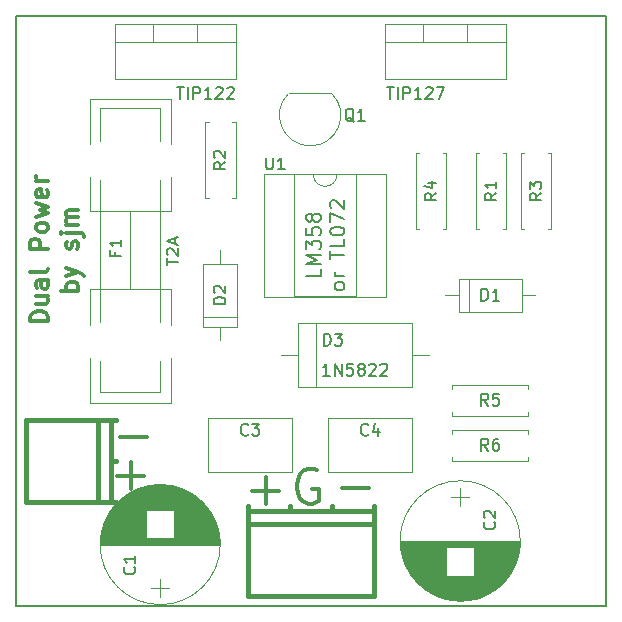
<source format=gbr>
G04 #@! TF.FileFunction,Legend,Top*
%FSLAX46Y46*%
G04 Gerber Fmt 4.6, Leading zero omitted, Abs format (unit mm)*
G04 Created by KiCad (PCBNEW 4.0.7-e2-6376~58~ubuntu16.04.1) date Sun Apr  8 15:35:44 2018*
%MOMM*%
%LPD*%
G01*
G04 APERTURE LIST*
%ADD10C,0.500000*%
%ADD11C,0.300000*%
%ADD12C,0.200000*%
%ADD13C,0.150000*%
%ADD14C,0.120000*%
%ADD15C,0.381000*%
G04 APERTURE END LIST*
D10*
D11*
X77667143Y-89946286D02*
X79952857Y-89946286D01*
D12*
X75812857Y-71440571D02*
X75812857Y-72012000D01*
X74612857Y-72012000D01*
X75812857Y-71040571D02*
X74612857Y-71040571D01*
X75470000Y-70640571D01*
X74612857Y-70240571D01*
X75812857Y-70240571D01*
X74612857Y-69783427D02*
X74612857Y-69040570D01*
X75070000Y-69440570D01*
X75070000Y-69269142D01*
X75127143Y-69154856D01*
X75184286Y-69097713D01*
X75298571Y-69040570D01*
X75584286Y-69040570D01*
X75698571Y-69097713D01*
X75755714Y-69154856D01*
X75812857Y-69269142D01*
X75812857Y-69611999D01*
X75755714Y-69726285D01*
X75698571Y-69783427D01*
X74612857Y-67954856D02*
X74612857Y-68526285D01*
X75184286Y-68583428D01*
X75127143Y-68526285D01*
X75070000Y-68411999D01*
X75070000Y-68126285D01*
X75127143Y-68011999D01*
X75184286Y-67954856D01*
X75298571Y-67897713D01*
X75584286Y-67897713D01*
X75698571Y-67954856D01*
X75755714Y-68011999D01*
X75812857Y-68126285D01*
X75812857Y-68411999D01*
X75755714Y-68526285D01*
X75698571Y-68583428D01*
X75127143Y-67211999D02*
X75070000Y-67326285D01*
X75012857Y-67383428D01*
X74898571Y-67440571D01*
X74841429Y-67440571D01*
X74727143Y-67383428D01*
X74670000Y-67326285D01*
X74612857Y-67211999D01*
X74612857Y-66983428D01*
X74670000Y-66869142D01*
X74727143Y-66811999D01*
X74841429Y-66754856D01*
X74898571Y-66754856D01*
X75012857Y-66811999D01*
X75070000Y-66869142D01*
X75127143Y-66983428D01*
X75127143Y-67211999D01*
X75184286Y-67326285D01*
X75241429Y-67383428D01*
X75355714Y-67440571D01*
X75584286Y-67440571D01*
X75698571Y-67383428D01*
X75755714Y-67326285D01*
X75812857Y-67211999D01*
X75812857Y-66983428D01*
X75755714Y-66869142D01*
X75698571Y-66811999D01*
X75584286Y-66754856D01*
X75355714Y-66754856D01*
X75241429Y-66811999D01*
X75184286Y-66869142D01*
X75127143Y-66983428D01*
X77812857Y-72983428D02*
X77755714Y-73097714D01*
X77698571Y-73154857D01*
X77584286Y-73212000D01*
X77241429Y-73212000D01*
X77127143Y-73154857D01*
X77070000Y-73097714D01*
X77012857Y-72983428D01*
X77012857Y-72812000D01*
X77070000Y-72697714D01*
X77127143Y-72640571D01*
X77241429Y-72583428D01*
X77584286Y-72583428D01*
X77698571Y-72640571D01*
X77755714Y-72697714D01*
X77812857Y-72812000D01*
X77812857Y-72983428D01*
X77812857Y-72069143D02*
X77012857Y-72069143D01*
X77241429Y-72069143D02*
X77127143Y-72012000D01*
X77070000Y-71954857D01*
X77012857Y-71840571D01*
X77012857Y-71726286D01*
X76612857Y-70583428D02*
X76612857Y-69897714D01*
X77812857Y-70240571D02*
X76612857Y-70240571D01*
X77812857Y-68926285D02*
X77812857Y-69497714D01*
X76612857Y-69497714D01*
X76612857Y-68297713D02*
X76612857Y-68183428D01*
X76670000Y-68069142D01*
X76727143Y-68011999D01*
X76841429Y-67954856D01*
X77070000Y-67897713D01*
X77355714Y-67897713D01*
X77584286Y-67954856D01*
X77698571Y-68011999D01*
X77755714Y-68069142D01*
X77812857Y-68183428D01*
X77812857Y-68297713D01*
X77755714Y-68411999D01*
X77698571Y-68469142D01*
X77584286Y-68526285D01*
X77355714Y-68583428D01*
X77070000Y-68583428D01*
X76841429Y-68526285D01*
X76727143Y-68469142D01*
X76670000Y-68411999D01*
X76612857Y-68297713D01*
X76612857Y-67497713D02*
X76612857Y-66697713D01*
X77812857Y-67211999D01*
X76727143Y-66297714D02*
X76670000Y-66240571D01*
X76612857Y-66126285D01*
X76612857Y-65840571D01*
X76670000Y-65726285D01*
X76727143Y-65669142D01*
X76841429Y-65611999D01*
X76955714Y-65611999D01*
X77127143Y-65669142D01*
X77812857Y-66354856D01*
X77812857Y-65611999D01*
D11*
X52743571Y-75885714D02*
X51243571Y-75885714D01*
X51243571Y-75528571D01*
X51315000Y-75314286D01*
X51457857Y-75171428D01*
X51600714Y-75100000D01*
X51886429Y-75028571D01*
X52100714Y-75028571D01*
X52386429Y-75100000D01*
X52529286Y-75171428D01*
X52672143Y-75314286D01*
X52743571Y-75528571D01*
X52743571Y-75885714D01*
X51743571Y-73742857D02*
X52743571Y-73742857D01*
X51743571Y-74385714D02*
X52529286Y-74385714D01*
X52672143Y-74314286D01*
X52743571Y-74171428D01*
X52743571Y-73957143D01*
X52672143Y-73814286D01*
X52600714Y-73742857D01*
X52743571Y-72385714D02*
X51957857Y-72385714D01*
X51815000Y-72457143D01*
X51743571Y-72600000D01*
X51743571Y-72885714D01*
X51815000Y-73028571D01*
X52672143Y-72385714D02*
X52743571Y-72528571D01*
X52743571Y-72885714D01*
X52672143Y-73028571D01*
X52529286Y-73100000D01*
X52386429Y-73100000D01*
X52243571Y-73028571D01*
X52172143Y-72885714D01*
X52172143Y-72528571D01*
X52100714Y-72385714D01*
X52743571Y-71457142D02*
X52672143Y-71600000D01*
X52529286Y-71671428D01*
X51243571Y-71671428D01*
X52743571Y-69742857D02*
X51243571Y-69742857D01*
X51243571Y-69171429D01*
X51315000Y-69028571D01*
X51386429Y-68957143D01*
X51529286Y-68885714D01*
X51743571Y-68885714D01*
X51886429Y-68957143D01*
X51957857Y-69028571D01*
X52029286Y-69171429D01*
X52029286Y-69742857D01*
X52743571Y-68028571D02*
X52672143Y-68171429D01*
X52600714Y-68242857D01*
X52457857Y-68314286D01*
X52029286Y-68314286D01*
X51886429Y-68242857D01*
X51815000Y-68171429D01*
X51743571Y-68028571D01*
X51743571Y-67814286D01*
X51815000Y-67671429D01*
X51886429Y-67600000D01*
X52029286Y-67528571D01*
X52457857Y-67528571D01*
X52600714Y-67600000D01*
X52672143Y-67671429D01*
X52743571Y-67814286D01*
X52743571Y-68028571D01*
X51743571Y-67028571D02*
X52743571Y-66742857D01*
X52029286Y-66457143D01*
X52743571Y-66171428D01*
X51743571Y-65885714D01*
X52672143Y-64742857D02*
X52743571Y-64885714D01*
X52743571Y-65171428D01*
X52672143Y-65314285D01*
X52529286Y-65385714D01*
X51957857Y-65385714D01*
X51815000Y-65314285D01*
X51743571Y-65171428D01*
X51743571Y-64885714D01*
X51815000Y-64742857D01*
X51957857Y-64671428D01*
X52100714Y-64671428D01*
X52243571Y-65385714D01*
X52743571Y-64028571D02*
X51743571Y-64028571D01*
X52029286Y-64028571D02*
X51886429Y-63957143D01*
X51815000Y-63885714D01*
X51743571Y-63742857D01*
X51743571Y-63600000D01*
X55293571Y-73278571D02*
X53793571Y-73278571D01*
X54365000Y-73278571D02*
X54293571Y-73135714D01*
X54293571Y-72850000D01*
X54365000Y-72707143D01*
X54436429Y-72635714D01*
X54579286Y-72564285D01*
X55007857Y-72564285D01*
X55150714Y-72635714D01*
X55222143Y-72707143D01*
X55293571Y-72850000D01*
X55293571Y-73135714D01*
X55222143Y-73278571D01*
X54293571Y-72064285D02*
X55293571Y-71707142D01*
X54293571Y-71350000D02*
X55293571Y-71707142D01*
X55650714Y-71850000D01*
X55722143Y-71921428D01*
X55793571Y-72064285D01*
X55222143Y-69707143D02*
X55293571Y-69564286D01*
X55293571Y-69278571D01*
X55222143Y-69135714D01*
X55079286Y-69064286D01*
X55007857Y-69064286D01*
X54865000Y-69135714D01*
X54793571Y-69278571D01*
X54793571Y-69492857D01*
X54722143Y-69635714D01*
X54579286Y-69707143D01*
X54507857Y-69707143D01*
X54365000Y-69635714D01*
X54293571Y-69492857D01*
X54293571Y-69278571D01*
X54365000Y-69135714D01*
X54293571Y-68421428D02*
X55579286Y-68421428D01*
X55722143Y-68492857D01*
X55793571Y-68635714D01*
X55793571Y-68707142D01*
X53793571Y-68421428D02*
X53865000Y-68492857D01*
X53936429Y-68421428D01*
X53865000Y-68350000D01*
X53793571Y-68421428D01*
X53936429Y-68421428D01*
X55293571Y-67707142D02*
X54293571Y-67707142D01*
X54436429Y-67707142D02*
X54365000Y-67635714D01*
X54293571Y-67492856D01*
X54293571Y-67278571D01*
X54365000Y-67135714D01*
X54507857Y-67064285D01*
X55293571Y-67064285D01*
X54507857Y-67064285D02*
X54365000Y-66992856D01*
X54293571Y-66849999D01*
X54293571Y-66635714D01*
X54365000Y-66492856D01*
X54507857Y-66421428D01*
X55293571Y-66421428D01*
X75531714Y-88486000D02*
X75246000Y-88343143D01*
X74817429Y-88343143D01*
X74388857Y-88486000D01*
X74103143Y-88771714D01*
X73960286Y-89057429D01*
X73817429Y-89628857D01*
X73817429Y-90057429D01*
X73960286Y-90628857D01*
X74103143Y-90914571D01*
X74388857Y-91200286D01*
X74817429Y-91343143D01*
X75103143Y-91343143D01*
X75531714Y-91200286D01*
X75674571Y-91057429D01*
X75674571Y-90057429D01*
X75103143Y-90057429D01*
X70047143Y-90200286D02*
X72332857Y-90200286D01*
X71190000Y-91343143D02*
X71190000Y-89057429D01*
X58617143Y-88930286D02*
X60902857Y-88930286D01*
X59760000Y-90073143D02*
X59760000Y-87787429D01*
X58871143Y-85628286D02*
X61156857Y-85628286D01*
D13*
X50000000Y-50000000D02*
X50000000Y-100000000D01*
X100000000Y-50000000D02*
X100000000Y-100000000D01*
X50000000Y-100000000D02*
X100000000Y-100000000D01*
X50000000Y-50000000D02*
X100000000Y-50000000D01*
D14*
X89260000Y-68050000D02*
X88930000Y-68050000D01*
X88930000Y-68050000D02*
X88930000Y-61630000D01*
X88930000Y-61630000D02*
X89260000Y-61630000D01*
X91220000Y-68050000D02*
X91550000Y-68050000D01*
X91550000Y-68050000D02*
X91550000Y-61630000D01*
X91550000Y-61630000D02*
X91220000Y-61630000D01*
X67320000Y-94770000D02*
G75*
G03X67320000Y-94770000I-5090000J0D01*
G01*
X57180000Y-94770000D02*
X67280000Y-94770000D01*
X57180000Y-94730000D02*
X67280000Y-94730000D01*
X57180000Y-94690000D02*
X67280000Y-94690000D01*
X57181000Y-94650000D02*
X67279000Y-94650000D01*
X57182000Y-94610000D02*
X67278000Y-94610000D01*
X57183000Y-94570000D02*
X67277000Y-94570000D01*
X57185000Y-94530000D02*
X67275000Y-94530000D01*
X57187000Y-94490000D02*
X67273000Y-94490000D01*
X57190000Y-94450000D02*
X67270000Y-94450000D01*
X57192000Y-94410000D02*
X67268000Y-94410000D01*
X57195000Y-94370000D02*
X67265000Y-94370000D01*
X57199000Y-94330000D02*
X67261000Y-94330000D01*
X57202000Y-94290000D02*
X67258000Y-94290000D01*
X57206000Y-94250000D02*
X67254000Y-94250000D01*
X57210000Y-94210000D02*
X67250000Y-94210000D01*
X57215000Y-94170000D02*
X61049000Y-94170000D01*
X63411000Y-94170000D02*
X67245000Y-94170000D01*
X57220000Y-94130000D02*
X61049000Y-94130000D01*
X63411000Y-94130000D02*
X67240000Y-94130000D01*
X57225000Y-94090000D02*
X61049000Y-94090000D01*
X63411000Y-94090000D02*
X67235000Y-94090000D01*
X57231000Y-94049000D02*
X61049000Y-94049000D01*
X63411000Y-94049000D02*
X67229000Y-94049000D01*
X57237000Y-94009000D02*
X61049000Y-94009000D01*
X63411000Y-94009000D02*
X67223000Y-94009000D01*
X57243000Y-93969000D02*
X61049000Y-93969000D01*
X63411000Y-93969000D02*
X67217000Y-93969000D01*
X57249000Y-93929000D02*
X61049000Y-93929000D01*
X63411000Y-93929000D02*
X67211000Y-93929000D01*
X57256000Y-93889000D02*
X61049000Y-93889000D01*
X63411000Y-93889000D02*
X67204000Y-93889000D01*
X57263000Y-93849000D02*
X61049000Y-93849000D01*
X63411000Y-93849000D02*
X67197000Y-93849000D01*
X57271000Y-93809000D02*
X61049000Y-93809000D01*
X63411000Y-93809000D02*
X67189000Y-93809000D01*
X57279000Y-93769000D02*
X61049000Y-93769000D01*
X63411000Y-93769000D02*
X67181000Y-93769000D01*
X57287000Y-93729000D02*
X61049000Y-93729000D01*
X63411000Y-93729000D02*
X67173000Y-93729000D01*
X57295000Y-93689000D02*
X61049000Y-93689000D01*
X63411000Y-93689000D02*
X67165000Y-93689000D01*
X57304000Y-93649000D02*
X61049000Y-93649000D01*
X63411000Y-93649000D02*
X67156000Y-93649000D01*
X57313000Y-93609000D02*
X61049000Y-93609000D01*
X63411000Y-93609000D02*
X67147000Y-93609000D01*
X57323000Y-93569000D02*
X61049000Y-93569000D01*
X63411000Y-93569000D02*
X67137000Y-93569000D01*
X57333000Y-93529000D02*
X61049000Y-93529000D01*
X63411000Y-93529000D02*
X67127000Y-93529000D01*
X57343000Y-93489000D02*
X61049000Y-93489000D01*
X63411000Y-93489000D02*
X67117000Y-93489000D01*
X57354000Y-93449000D02*
X61049000Y-93449000D01*
X63411000Y-93449000D02*
X67106000Y-93449000D01*
X57365000Y-93409000D02*
X61049000Y-93409000D01*
X63411000Y-93409000D02*
X67095000Y-93409000D01*
X57376000Y-93369000D02*
X61049000Y-93369000D01*
X63411000Y-93369000D02*
X67084000Y-93369000D01*
X57387000Y-93329000D02*
X61049000Y-93329000D01*
X63411000Y-93329000D02*
X67073000Y-93329000D01*
X57399000Y-93289000D02*
X61049000Y-93289000D01*
X63411000Y-93289000D02*
X67061000Y-93289000D01*
X57412000Y-93249000D02*
X61049000Y-93249000D01*
X63411000Y-93249000D02*
X67048000Y-93249000D01*
X57424000Y-93209000D02*
X61049000Y-93209000D01*
X63411000Y-93209000D02*
X67036000Y-93209000D01*
X57438000Y-93169000D02*
X61049000Y-93169000D01*
X63411000Y-93169000D02*
X67022000Y-93169000D01*
X57451000Y-93129000D02*
X61049000Y-93129000D01*
X63411000Y-93129000D02*
X67009000Y-93129000D01*
X57465000Y-93089000D02*
X61049000Y-93089000D01*
X63411000Y-93089000D02*
X66995000Y-93089000D01*
X57479000Y-93049000D02*
X61049000Y-93049000D01*
X63411000Y-93049000D02*
X66981000Y-93049000D01*
X57493000Y-93009000D02*
X61049000Y-93009000D01*
X63411000Y-93009000D02*
X66967000Y-93009000D01*
X57508000Y-92969000D02*
X61049000Y-92969000D01*
X63411000Y-92969000D02*
X66952000Y-92969000D01*
X57524000Y-92929000D02*
X61049000Y-92929000D01*
X63411000Y-92929000D02*
X66936000Y-92929000D01*
X57539000Y-92889000D02*
X61049000Y-92889000D01*
X63411000Y-92889000D02*
X66921000Y-92889000D01*
X57556000Y-92849000D02*
X61049000Y-92849000D01*
X63411000Y-92849000D02*
X66904000Y-92849000D01*
X57572000Y-92809000D02*
X61049000Y-92809000D01*
X63411000Y-92809000D02*
X66888000Y-92809000D01*
X57589000Y-92769000D02*
X61049000Y-92769000D01*
X63411000Y-92769000D02*
X66871000Y-92769000D01*
X57606000Y-92729000D02*
X61049000Y-92729000D01*
X63411000Y-92729000D02*
X66854000Y-92729000D01*
X57624000Y-92689000D02*
X61049000Y-92689000D01*
X63411000Y-92689000D02*
X66836000Y-92689000D01*
X57642000Y-92649000D02*
X61049000Y-92649000D01*
X63411000Y-92649000D02*
X66818000Y-92649000D01*
X57661000Y-92609000D02*
X61049000Y-92609000D01*
X63411000Y-92609000D02*
X66799000Y-92609000D01*
X57680000Y-92569000D02*
X61049000Y-92569000D01*
X63411000Y-92569000D02*
X66780000Y-92569000D01*
X57699000Y-92529000D02*
X61049000Y-92529000D01*
X63411000Y-92529000D02*
X66761000Y-92529000D01*
X57719000Y-92489000D02*
X61049000Y-92489000D01*
X63411000Y-92489000D02*
X66741000Y-92489000D01*
X57739000Y-92449000D02*
X61049000Y-92449000D01*
X63411000Y-92449000D02*
X66721000Y-92449000D01*
X57760000Y-92409000D02*
X61049000Y-92409000D01*
X63411000Y-92409000D02*
X66700000Y-92409000D01*
X57781000Y-92369000D02*
X61049000Y-92369000D01*
X63411000Y-92369000D02*
X66679000Y-92369000D01*
X57802000Y-92329000D02*
X61049000Y-92329000D01*
X63411000Y-92329000D02*
X66658000Y-92329000D01*
X57825000Y-92289000D02*
X61049000Y-92289000D01*
X63411000Y-92289000D02*
X66635000Y-92289000D01*
X57847000Y-92249000D02*
X61049000Y-92249000D01*
X63411000Y-92249000D02*
X66613000Y-92249000D01*
X57870000Y-92209000D02*
X61049000Y-92209000D01*
X63411000Y-92209000D02*
X66590000Y-92209000D01*
X57894000Y-92169000D02*
X61049000Y-92169000D01*
X63411000Y-92169000D02*
X66566000Y-92169000D01*
X57918000Y-92129000D02*
X61049000Y-92129000D01*
X63411000Y-92129000D02*
X66542000Y-92129000D01*
X57942000Y-92089000D02*
X61049000Y-92089000D01*
X63411000Y-92089000D02*
X66518000Y-92089000D01*
X57967000Y-92049000D02*
X61049000Y-92049000D01*
X63411000Y-92049000D02*
X66493000Y-92049000D01*
X57993000Y-92009000D02*
X61049000Y-92009000D01*
X63411000Y-92009000D02*
X66467000Y-92009000D01*
X58019000Y-91969000D02*
X61049000Y-91969000D01*
X63411000Y-91969000D02*
X66441000Y-91969000D01*
X58045000Y-91929000D02*
X61049000Y-91929000D01*
X63411000Y-91929000D02*
X66415000Y-91929000D01*
X58073000Y-91889000D02*
X61049000Y-91889000D01*
X63411000Y-91889000D02*
X66387000Y-91889000D01*
X58100000Y-91849000D02*
X61049000Y-91849000D01*
X63411000Y-91849000D02*
X66360000Y-91849000D01*
X58129000Y-91809000D02*
X66331000Y-91809000D01*
X58158000Y-91769000D02*
X66302000Y-91769000D01*
X58187000Y-91729000D02*
X66273000Y-91729000D01*
X58217000Y-91689000D02*
X66243000Y-91689000D01*
X58248000Y-91649000D02*
X66212000Y-91649000D01*
X58279000Y-91609000D02*
X66181000Y-91609000D01*
X58311000Y-91569000D02*
X66149000Y-91569000D01*
X58344000Y-91529000D02*
X66116000Y-91529000D01*
X58377000Y-91489000D02*
X66083000Y-91489000D01*
X58411000Y-91449000D02*
X66049000Y-91449000D01*
X58446000Y-91409000D02*
X66014000Y-91409000D01*
X58482000Y-91369000D02*
X65978000Y-91369000D01*
X58518000Y-91329000D02*
X65942000Y-91329000D01*
X58555000Y-91289000D02*
X65905000Y-91289000D01*
X58593000Y-91249000D02*
X65867000Y-91249000D01*
X58632000Y-91209000D02*
X65828000Y-91209000D01*
X58671000Y-91169000D02*
X65789000Y-91169000D01*
X58712000Y-91129000D02*
X65748000Y-91129000D01*
X58753000Y-91089000D02*
X65707000Y-91089000D01*
X58795000Y-91049000D02*
X65665000Y-91049000D01*
X58839000Y-91009000D02*
X65621000Y-91009000D01*
X58883000Y-90969000D02*
X65577000Y-90969000D01*
X58928000Y-90929000D02*
X65532000Y-90929000D01*
X58975000Y-90889000D02*
X65485000Y-90889000D01*
X59023000Y-90849000D02*
X65437000Y-90849000D01*
X59072000Y-90809000D02*
X65388000Y-90809000D01*
X59122000Y-90769000D02*
X65338000Y-90769000D01*
X59173000Y-90729000D02*
X65287000Y-90729000D01*
X59226000Y-90689000D02*
X65234000Y-90689000D01*
X59281000Y-90649000D02*
X65179000Y-90649000D01*
X59336000Y-90609000D02*
X65124000Y-90609000D01*
X59394000Y-90569000D02*
X65066000Y-90569000D01*
X59453000Y-90529000D02*
X65007000Y-90529000D01*
X59515000Y-90489000D02*
X64945000Y-90489000D01*
X59578000Y-90449000D02*
X64882000Y-90449000D01*
X59643000Y-90409000D02*
X64817000Y-90409000D01*
X59711000Y-90369000D02*
X64749000Y-90369000D01*
X59781000Y-90329000D02*
X64679000Y-90329000D01*
X59853000Y-90289000D02*
X64607000Y-90289000D01*
X59929000Y-90249000D02*
X64531000Y-90249000D01*
X60008000Y-90209000D02*
X64452000Y-90209000D01*
X60090000Y-90169000D02*
X64370000Y-90169000D01*
X60177000Y-90129000D02*
X64283000Y-90129000D01*
X60268000Y-90089000D02*
X64192000Y-90089000D01*
X60364000Y-90049000D02*
X64096000Y-90049000D01*
X60467000Y-90009000D02*
X63993000Y-90009000D01*
X60576000Y-89969000D02*
X63884000Y-89969000D01*
X60694000Y-89929000D02*
X63766000Y-89929000D01*
X60823000Y-89889000D02*
X63637000Y-89889000D01*
X60965000Y-89849000D02*
X63495000Y-89849000D01*
X61126000Y-89809000D02*
X63334000Y-89809000D01*
X61317000Y-89769000D02*
X63143000Y-89769000D01*
X61558000Y-89729000D02*
X62902000Y-89729000D01*
X61951000Y-89689000D02*
X62509000Y-89689000D01*
X62230000Y-99220000D02*
X62230000Y-97720000D01*
X61480000Y-98470000D02*
X62980000Y-98470000D01*
X92720000Y-94460000D02*
G75*
G03X92720000Y-94460000I-5090000J0D01*
G01*
X92680000Y-94460000D02*
X82580000Y-94460000D01*
X92680000Y-94500000D02*
X82580000Y-94500000D01*
X92680000Y-94540000D02*
X82580000Y-94540000D01*
X92679000Y-94580000D02*
X82581000Y-94580000D01*
X92678000Y-94620000D02*
X82582000Y-94620000D01*
X92677000Y-94660000D02*
X82583000Y-94660000D01*
X92675000Y-94700000D02*
X82585000Y-94700000D01*
X92673000Y-94740000D02*
X82587000Y-94740000D01*
X92670000Y-94780000D02*
X82590000Y-94780000D01*
X92668000Y-94820000D02*
X82592000Y-94820000D01*
X92665000Y-94860000D02*
X82595000Y-94860000D01*
X92661000Y-94900000D02*
X82599000Y-94900000D01*
X92658000Y-94940000D02*
X82602000Y-94940000D01*
X92654000Y-94980000D02*
X82606000Y-94980000D01*
X92650000Y-95020000D02*
X82610000Y-95020000D01*
X92645000Y-95060000D02*
X88811000Y-95060000D01*
X86449000Y-95060000D02*
X82615000Y-95060000D01*
X92640000Y-95100000D02*
X88811000Y-95100000D01*
X86449000Y-95100000D02*
X82620000Y-95100000D01*
X92635000Y-95140000D02*
X88811000Y-95140000D01*
X86449000Y-95140000D02*
X82625000Y-95140000D01*
X92629000Y-95181000D02*
X88811000Y-95181000D01*
X86449000Y-95181000D02*
X82631000Y-95181000D01*
X92623000Y-95221000D02*
X88811000Y-95221000D01*
X86449000Y-95221000D02*
X82637000Y-95221000D01*
X92617000Y-95261000D02*
X88811000Y-95261000D01*
X86449000Y-95261000D02*
X82643000Y-95261000D01*
X92611000Y-95301000D02*
X88811000Y-95301000D01*
X86449000Y-95301000D02*
X82649000Y-95301000D01*
X92604000Y-95341000D02*
X88811000Y-95341000D01*
X86449000Y-95341000D02*
X82656000Y-95341000D01*
X92597000Y-95381000D02*
X88811000Y-95381000D01*
X86449000Y-95381000D02*
X82663000Y-95381000D01*
X92589000Y-95421000D02*
X88811000Y-95421000D01*
X86449000Y-95421000D02*
X82671000Y-95421000D01*
X92581000Y-95461000D02*
X88811000Y-95461000D01*
X86449000Y-95461000D02*
X82679000Y-95461000D01*
X92573000Y-95501000D02*
X88811000Y-95501000D01*
X86449000Y-95501000D02*
X82687000Y-95501000D01*
X92565000Y-95541000D02*
X88811000Y-95541000D01*
X86449000Y-95541000D02*
X82695000Y-95541000D01*
X92556000Y-95581000D02*
X88811000Y-95581000D01*
X86449000Y-95581000D02*
X82704000Y-95581000D01*
X92547000Y-95621000D02*
X88811000Y-95621000D01*
X86449000Y-95621000D02*
X82713000Y-95621000D01*
X92537000Y-95661000D02*
X88811000Y-95661000D01*
X86449000Y-95661000D02*
X82723000Y-95661000D01*
X92527000Y-95701000D02*
X88811000Y-95701000D01*
X86449000Y-95701000D02*
X82733000Y-95701000D01*
X92517000Y-95741000D02*
X88811000Y-95741000D01*
X86449000Y-95741000D02*
X82743000Y-95741000D01*
X92506000Y-95781000D02*
X88811000Y-95781000D01*
X86449000Y-95781000D02*
X82754000Y-95781000D01*
X92495000Y-95821000D02*
X88811000Y-95821000D01*
X86449000Y-95821000D02*
X82765000Y-95821000D01*
X92484000Y-95861000D02*
X88811000Y-95861000D01*
X86449000Y-95861000D02*
X82776000Y-95861000D01*
X92473000Y-95901000D02*
X88811000Y-95901000D01*
X86449000Y-95901000D02*
X82787000Y-95901000D01*
X92461000Y-95941000D02*
X88811000Y-95941000D01*
X86449000Y-95941000D02*
X82799000Y-95941000D01*
X92448000Y-95981000D02*
X88811000Y-95981000D01*
X86449000Y-95981000D02*
X82812000Y-95981000D01*
X92436000Y-96021000D02*
X88811000Y-96021000D01*
X86449000Y-96021000D02*
X82824000Y-96021000D01*
X92422000Y-96061000D02*
X88811000Y-96061000D01*
X86449000Y-96061000D02*
X82838000Y-96061000D01*
X92409000Y-96101000D02*
X88811000Y-96101000D01*
X86449000Y-96101000D02*
X82851000Y-96101000D01*
X92395000Y-96141000D02*
X88811000Y-96141000D01*
X86449000Y-96141000D02*
X82865000Y-96141000D01*
X92381000Y-96181000D02*
X88811000Y-96181000D01*
X86449000Y-96181000D02*
X82879000Y-96181000D01*
X92367000Y-96221000D02*
X88811000Y-96221000D01*
X86449000Y-96221000D02*
X82893000Y-96221000D01*
X92352000Y-96261000D02*
X88811000Y-96261000D01*
X86449000Y-96261000D02*
X82908000Y-96261000D01*
X92336000Y-96301000D02*
X88811000Y-96301000D01*
X86449000Y-96301000D02*
X82924000Y-96301000D01*
X92321000Y-96341000D02*
X88811000Y-96341000D01*
X86449000Y-96341000D02*
X82939000Y-96341000D01*
X92304000Y-96381000D02*
X88811000Y-96381000D01*
X86449000Y-96381000D02*
X82956000Y-96381000D01*
X92288000Y-96421000D02*
X88811000Y-96421000D01*
X86449000Y-96421000D02*
X82972000Y-96421000D01*
X92271000Y-96461000D02*
X88811000Y-96461000D01*
X86449000Y-96461000D02*
X82989000Y-96461000D01*
X92254000Y-96501000D02*
X88811000Y-96501000D01*
X86449000Y-96501000D02*
X83006000Y-96501000D01*
X92236000Y-96541000D02*
X88811000Y-96541000D01*
X86449000Y-96541000D02*
X83024000Y-96541000D01*
X92218000Y-96581000D02*
X88811000Y-96581000D01*
X86449000Y-96581000D02*
X83042000Y-96581000D01*
X92199000Y-96621000D02*
X88811000Y-96621000D01*
X86449000Y-96621000D02*
X83061000Y-96621000D01*
X92180000Y-96661000D02*
X88811000Y-96661000D01*
X86449000Y-96661000D02*
X83080000Y-96661000D01*
X92161000Y-96701000D02*
X88811000Y-96701000D01*
X86449000Y-96701000D02*
X83099000Y-96701000D01*
X92141000Y-96741000D02*
X88811000Y-96741000D01*
X86449000Y-96741000D02*
X83119000Y-96741000D01*
X92121000Y-96781000D02*
X88811000Y-96781000D01*
X86449000Y-96781000D02*
X83139000Y-96781000D01*
X92100000Y-96821000D02*
X88811000Y-96821000D01*
X86449000Y-96821000D02*
X83160000Y-96821000D01*
X92079000Y-96861000D02*
X88811000Y-96861000D01*
X86449000Y-96861000D02*
X83181000Y-96861000D01*
X92058000Y-96901000D02*
X88811000Y-96901000D01*
X86449000Y-96901000D02*
X83202000Y-96901000D01*
X92035000Y-96941000D02*
X88811000Y-96941000D01*
X86449000Y-96941000D02*
X83225000Y-96941000D01*
X92013000Y-96981000D02*
X88811000Y-96981000D01*
X86449000Y-96981000D02*
X83247000Y-96981000D01*
X91990000Y-97021000D02*
X88811000Y-97021000D01*
X86449000Y-97021000D02*
X83270000Y-97021000D01*
X91966000Y-97061000D02*
X88811000Y-97061000D01*
X86449000Y-97061000D02*
X83294000Y-97061000D01*
X91942000Y-97101000D02*
X88811000Y-97101000D01*
X86449000Y-97101000D02*
X83318000Y-97101000D01*
X91918000Y-97141000D02*
X88811000Y-97141000D01*
X86449000Y-97141000D02*
X83342000Y-97141000D01*
X91893000Y-97181000D02*
X88811000Y-97181000D01*
X86449000Y-97181000D02*
X83367000Y-97181000D01*
X91867000Y-97221000D02*
X88811000Y-97221000D01*
X86449000Y-97221000D02*
X83393000Y-97221000D01*
X91841000Y-97261000D02*
X88811000Y-97261000D01*
X86449000Y-97261000D02*
X83419000Y-97261000D01*
X91815000Y-97301000D02*
X88811000Y-97301000D01*
X86449000Y-97301000D02*
X83445000Y-97301000D01*
X91787000Y-97341000D02*
X88811000Y-97341000D01*
X86449000Y-97341000D02*
X83473000Y-97341000D01*
X91760000Y-97381000D02*
X88811000Y-97381000D01*
X86449000Y-97381000D02*
X83500000Y-97381000D01*
X91731000Y-97421000D02*
X83529000Y-97421000D01*
X91702000Y-97461000D02*
X83558000Y-97461000D01*
X91673000Y-97501000D02*
X83587000Y-97501000D01*
X91643000Y-97541000D02*
X83617000Y-97541000D01*
X91612000Y-97581000D02*
X83648000Y-97581000D01*
X91581000Y-97621000D02*
X83679000Y-97621000D01*
X91549000Y-97661000D02*
X83711000Y-97661000D01*
X91516000Y-97701000D02*
X83744000Y-97701000D01*
X91483000Y-97741000D02*
X83777000Y-97741000D01*
X91449000Y-97781000D02*
X83811000Y-97781000D01*
X91414000Y-97821000D02*
X83846000Y-97821000D01*
X91378000Y-97861000D02*
X83882000Y-97861000D01*
X91342000Y-97901000D02*
X83918000Y-97901000D01*
X91305000Y-97941000D02*
X83955000Y-97941000D01*
X91267000Y-97981000D02*
X83993000Y-97981000D01*
X91228000Y-98021000D02*
X84032000Y-98021000D01*
X91189000Y-98061000D02*
X84071000Y-98061000D01*
X91148000Y-98101000D02*
X84112000Y-98101000D01*
X91107000Y-98141000D02*
X84153000Y-98141000D01*
X91065000Y-98181000D02*
X84195000Y-98181000D01*
X91021000Y-98221000D02*
X84239000Y-98221000D01*
X90977000Y-98261000D02*
X84283000Y-98261000D01*
X90932000Y-98301000D02*
X84328000Y-98301000D01*
X90885000Y-98341000D02*
X84375000Y-98341000D01*
X90837000Y-98381000D02*
X84423000Y-98381000D01*
X90788000Y-98421000D02*
X84472000Y-98421000D01*
X90738000Y-98461000D02*
X84522000Y-98461000D01*
X90687000Y-98501000D02*
X84573000Y-98501000D01*
X90634000Y-98541000D02*
X84626000Y-98541000D01*
X90579000Y-98581000D02*
X84681000Y-98581000D01*
X90524000Y-98621000D02*
X84736000Y-98621000D01*
X90466000Y-98661000D02*
X84794000Y-98661000D01*
X90407000Y-98701000D02*
X84853000Y-98701000D01*
X90345000Y-98741000D02*
X84915000Y-98741000D01*
X90282000Y-98781000D02*
X84978000Y-98781000D01*
X90217000Y-98821000D02*
X85043000Y-98821000D01*
X90149000Y-98861000D02*
X85111000Y-98861000D01*
X90079000Y-98901000D02*
X85181000Y-98901000D01*
X90007000Y-98941000D02*
X85253000Y-98941000D01*
X89931000Y-98981000D02*
X85329000Y-98981000D01*
X89852000Y-99021000D02*
X85408000Y-99021000D01*
X89770000Y-99061000D02*
X85490000Y-99061000D01*
X89683000Y-99101000D02*
X85577000Y-99101000D01*
X89592000Y-99141000D02*
X85668000Y-99141000D01*
X89496000Y-99181000D02*
X85764000Y-99181000D01*
X89393000Y-99221000D02*
X85867000Y-99221000D01*
X89284000Y-99261000D02*
X85976000Y-99261000D01*
X89166000Y-99301000D02*
X86094000Y-99301000D01*
X89037000Y-99341000D02*
X86223000Y-99341000D01*
X88895000Y-99381000D02*
X86365000Y-99381000D01*
X88734000Y-99421000D02*
X86526000Y-99421000D01*
X88543000Y-99461000D02*
X86717000Y-99461000D01*
X88302000Y-99501000D02*
X86958000Y-99501000D01*
X87909000Y-99541000D02*
X87351000Y-99541000D01*
X87630000Y-90010000D02*
X87630000Y-91510000D01*
X88380000Y-90760000D02*
X86880000Y-90760000D01*
X66250000Y-84050000D02*
X73370000Y-84050000D01*
X66250000Y-88670000D02*
X73370000Y-88670000D01*
X66250000Y-84050000D02*
X66250000Y-88670000D01*
X73370000Y-84050000D02*
X73370000Y-88670000D01*
X76410000Y-84050000D02*
X83530000Y-84050000D01*
X76410000Y-88670000D02*
X83530000Y-88670000D01*
X76410000Y-84050000D02*
X76410000Y-88670000D01*
X83530000Y-84050000D02*
X83530000Y-88670000D01*
D15*
X58080000Y-87700000D02*
X58480000Y-87700000D01*
X56980000Y-91200000D02*
X56980000Y-84200000D01*
X58080000Y-91200000D02*
X58080000Y-84200000D01*
X50880000Y-91200000D02*
X58480000Y-91200000D01*
X58480000Y-84200000D02*
X50880000Y-84200000D01*
X50880000Y-84200000D02*
X50880000Y-91200000D01*
X76800000Y-91920000D02*
X76800000Y-91520000D01*
X73200000Y-91920000D02*
X73200000Y-91520000D01*
X80300000Y-93020000D02*
X69700000Y-93020000D01*
X80300000Y-91920000D02*
X69700000Y-91920000D01*
X80300000Y-99120000D02*
X80300000Y-91520000D01*
X69700000Y-91520000D02*
X69700000Y-99120000D01*
X69700000Y-99120000D02*
X80300000Y-99120000D01*
D14*
X76730000Y-56570000D02*
X73130000Y-56570000D01*
X76768478Y-56581522D02*
G75*
G02X74930000Y-61020000I-1838478J-1838478D01*
G01*
X73091522Y-56581522D02*
G75*
G03X74930000Y-61020000I1838478J-1838478D01*
G01*
X68290000Y-59020000D02*
X68620000Y-59020000D01*
X68620000Y-59020000D02*
X68620000Y-65440000D01*
X68620000Y-65440000D02*
X68290000Y-65440000D01*
X66330000Y-59020000D02*
X66000000Y-59020000D01*
X66000000Y-59020000D02*
X66000000Y-65440000D01*
X66000000Y-65440000D02*
X66330000Y-65440000D01*
X93070000Y-68050000D02*
X92740000Y-68050000D01*
X92740000Y-68050000D02*
X92740000Y-61630000D01*
X92740000Y-61630000D02*
X93070000Y-61630000D01*
X95030000Y-68050000D02*
X95360000Y-68050000D01*
X95360000Y-68050000D02*
X95360000Y-61630000D01*
X95360000Y-61630000D02*
X95030000Y-61630000D01*
X84180000Y-68050000D02*
X83850000Y-68050000D01*
X83850000Y-68050000D02*
X83850000Y-61630000D01*
X83850000Y-61630000D02*
X84180000Y-61630000D01*
X86140000Y-68050000D02*
X86470000Y-68050000D01*
X86470000Y-68050000D02*
X86470000Y-61630000D01*
X86470000Y-61630000D02*
X86140000Y-61630000D01*
X77200000Y-63440000D02*
G75*
G02X75200000Y-63440000I-1000000J0D01*
G01*
X75200000Y-63440000D02*
X73550000Y-63440000D01*
X73550000Y-63440000D02*
X73550000Y-73720000D01*
X73550000Y-73720000D02*
X78850000Y-73720000D01*
X78850000Y-73720000D02*
X78850000Y-63440000D01*
X78850000Y-63440000D02*
X77200000Y-63440000D01*
X71060000Y-63380000D02*
X71060000Y-73780000D01*
X71060000Y-73780000D02*
X81340000Y-73780000D01*
X81340000Y-73780000D02*
X81340000Y-63380000D01*
X81340000Y-63380000D02*
X71060000Y-63380000D01*
X58380000Y-50720000D02*
X68620000Y-50720000D01*
X58380000Y-55361000D02*
X68620000Y-55361000D01*
X58380000Y-50720000D02*
X58380000Y-55361000D01*
X68620000Y-50720000D02*
X68620000Y-55361000D01*
X58380000Y-52230000D02*
X68620000Y-52230000D01*
X61650000Y-50720000D02*
X61650000Y-52230000D01*
X65351000Y-50720000D02*
X65351000Y-52230000D01*
X81240000Y-50720000D02*
X91480000Y-50720000D01*
X81240000Y-55361000D02*
X91480000Y-55361000D01*
X81240000Y-50720000D02*
X81240000Y-55361000D01*
X91480000Y-50720000D02*
X91480000Y-55361000D01*
X81240000Y-52230000D02*
X91480000Y-52230000D01*
X84510000Y-50720000D02*
X84510000Y-52230000D01*
X88211000Y-50720000D02*
X88211000Y-52230000D01*
X87510000Y-72250000D02*
X87510000Y-75070000D01*
X87510000Y-75070000D02*
X92830000Y-75070000D01*
X92830000Y-75070000D02*
X92830000Y-72250000D01*
X92830000Y-72250000D02*
X87510000Y-72250000D01*
X86370000Y-73660000D02*
X87510000Y-73660000D01*
X93970000Y-73660000D02*
X92830000Y-73660000D01*
X88350000Y-72250000D02*
X88350000Y-75070000D01*
X65900000Y-76320000D02*
X68720000Y-76320000D01*
X68720000Y-76320000D02*
X68720000Y-71000000D01*
X68720000Y-71000000D02*
X65900000Y-71000000D01*
X65900000Y-71000000D02*
X65900000Y-76320000D01*
X67310000Y-77460000D02*
X67310000Y-76320000D01*
X67310000Y-69860000D02*
X67310000Y-71000000D01*
X65900000Y-75480000D02*
X68720000Y-75480000D01*
X73920000Y-76015000D02*
X73920000Y-81465000D01*
X73920000Y-81465000D02*
X83560000Y-81465000D01*
X83560000Y-81465000D02*
X83560000Y-76015000D01*
X83560000Y-76015000D02*
X73920000Y-76015000D01*
X72500000Y-78740000D02*
X73920000Y-78740000D01*
X84980000Y-78740000D02*
X83560000Y-78740000D01*
X75408000Y-76015000D02*
X75408000Y-81465000D01*
X59690000Y-66640000D02*
X59690000Y-73140000D01*
X56260000Y-66550000D02*
X56260000Y-63630000D01*
X56260000Y-57020000D02*
X56260000Y-60830000D01*
X57150000Y-57790000D02*
X57150000Y-60580000D01*
X57150000Y-66550000D02*
X57150000Y-63880000D01*
X63120000Y-57020000D02*
X63120000Y-60830000D01*
X62230000Y-57790000D02*
X62230000Y-60580000D01*
X63120000Y-66550000D02*
X63120000Y-63630000D01*
X62230000Y-66550000D02*
X62230000Y-63880000D01*
X63120000Y-73100000D02*
X63120000Y-76150000D01*
X62230000Y-73100000D02*
X62230000Y-75900000D01*
X57150000Y-73100000D02*
X57150000Y-75900000D01*
X56260000Y-73100000D02*
X56260000Y-76150000D01*
X56260000Y-82760000D02*
X56260000Y-78950000D01*
X57150000Y-81870000D02*
X57150000Y-79200000D01*
X63120000Y-82760000D02*
X63120000Y-78950000D01*
X62230000Y-81870000D02*
X62230000Y-79200000D01*
X63120000Y-82760000D02*
X56260000Y-82760000D01*
X56260000Y-73100000D02*
X57150000Y-73100000D01*
X63120000Y-73100000D02*
X62230000Y-73100000D01*
X63120000Y-57020000D02*
X56260000Y-57020000D01*
X56260000Y-66550000D02*
X57150000Y-66550000D01*
X63120000Y-66550000D02*
X62100000Y-66550000D01*
X57150000Y-75600000D02*
X57150000Y-63920000D01*
X62230000Y-64050000D02*
X62230000Y-75600000D01*
X59690000Y-66550000D02*
X62230000Y-66550000D01*
X62230000Y-57780000D02*
X57150000Y-57780000D01*
X57150000Y-66550000D02*
X59690000Y-66550000D01*
X59690000Y-73100000D02*
X62230000Y-73100000D01*
X62230000Y-81860000D02*
X57150000Y-81860000D01*
X57150000Y-73100000D02*
X59690000Y-73100000D01*
X86960000Y-81570000D02*
X86960000Y-81240000D01*
X86960000Y-81240000D02*
X93380000Y-81240000D01*
X93380000Y-81240000D02*
X93380000Y-81570000D01*
X86960000Y-83530000D02*
X86960000Y-83860000D01*
X86960000Y-83860000D02*
X93380000Y-83860000D01*
X93380000Y-83860000D02*
X93380000Y-83530000D01*
X93380000Y-87340000D02*
X93380000Y-87670000D01*
X93380000Y-87670000D02*
X86960000Y-87670000D01*
X86960000Y-87670000D02*
X86960000Y-87340000D01*
X93380000Y-85380000D02*
X93380000Y-85050000D01*
X93380000Y-85050000D02*
X86960000Y-85050000D01*
X86960000Y-85050000D02*
X86960000Y-85380000D01*
D13*
X90692381Y-65006666D02*
X90216190Y-65340000D01*
X90692381Y-65578095D02*
X89692381Y-65578095D01*
X89692381Y-65197142D01*
X89740000Y-65101904D01*
X89787619Y-65054285D01*
X89882857Y-65006666D01*
X90025714Y-65006666D01*
X90120952Y-65054285D01*
X90168571Y-65101904D01*
X90216190Y-65197142D01*
X90216190Y-65578095D01*
X90692381Y-64054285D02*
X90692381Y-64625714D01*
X90692381Y-64340000D02*
X89692381Y-64340000D01*
X89835238Y-64435238D01*
X89930476Y-64530476D01*
X89978095Y-64625714D01*
X60047143Y-96686666D02*
X60094762Y-96734285D01*
X60142381Y-96877142D01*
X60142381Y-96972380D01*
X60094762Y-97115238D01*
X59999524Y-97210476D01*
X59904286Y-97258095D01*
X59713810Y-97305714D01*
X59570952Y-97305714D01*
X59380476Y-97258095D01*
X59285238Y-97210476D01*
X59190000Y-97115238D01*
X59142381Y-96972380D01*
X59142381Y-96877142D01*
X59190000Y-96734285D01*
X59237619Y-96686666D01*
X60142381Y-95734285D02*
X60142381Y-96305714D01*
X60142381Y-96020000D02*
X59142381Y-96020000D01*
X59285238Y-96115238D01*
X59380476Y-96210476D01*
X59428095Y-96305714D01*
X90527143Y-92876666D02*
X90574762Y-92924285D01*
X90622381Y-93067142D01*
X90622381Y-93162380D01*
X90574762Y-93305238D01*
X90479524Y-93400476D01*
X90384286Y-93448095D01*
X90193810Y-93495714D01*
X90050952Y-93495714D01*
X89860476Y-93448095D01*
X89765238Y-93400476D01*
X89670000Y-93305238D01*
X89622381Y-93162380D01*
X89622381Y-93067142D01*
X89670000Y-92924285D01*
X89717619Y-92876666D01*
X89717619Y-92495714D02*
X89670000Y-92448095D01*
X89622381Y-92352857D01*
X89622381Y-92114761D01*
X89670000Y-92019523D01*
X89717619Y-91971904D01*
X89812857Y-91924285D01*
X89908095Y-91924285D01*
X90050952Y-91971904D01*
X90622381Y-92543333D01*
X90622381Y-91924285D01*
X69683334Y-85447143D02*
X69635715Y-85494762D01*
X69492858Y-85542381D01*
X69397620Y-85542381D01*
X69254762Y-85494762D01*
X69159524Y-85399524D01*
X69111905Y-85304286D01*
X69064286Y-85113810D01*
X69064286Y-84970952D01*
X69111905Y-84780476D01*
X69159524Y-84685238D01*
X69254762Y-84590000D01*
X69397620Y-84542381D01*
X69492858Y-84542381D01*
X69635715Y-84590000D01*
X69683334Y-84637619D01*
X70016667Y-84542381D02*
X70635715Y-84542381D01*
X70302381Y-84923333D01*
X70445239Y-84923333D01*
X70540477Y-84970952D01*
X70588096Y-85018571D01*
X70635715Y-85113810D01*
X70635715Y-85351905D01*
X70588096Y-85447143D01*
X70540477Y-85494762D01*
X70445239Y-85542381D01*
X70159524Y-85542381D01*
X70064286Y-85494762D01*
X70016667Y-85447143D01*
X79843334Y-85447143D02*
X79795715Y-85494762D01*
X79652858Y-85542381D01*
X79557620Y-85542381D01*
X79414762Y-85494762D01*
X79319524Y-85399524D01*
X79271905Y-85304286D01*
X79224286Y-85113810D01*
X79224286Y-84970952D01*
X79271905Y-84780476D01*
X79319524Y-84685238D01*
X79414762Y-84590000D01*
X79557620Y-84542381D01*
X79652858Y-84542381D01*
X79795715Y-84590000D01*
X79843334Y-84637619D01*
X80700477Y-84875714D02*
X80700477Y-85542381D01*
X80462381Y-84494762D02*
X80224286Y-85209048D01*
X80843334Y-85209048D01*
X78644762Y-58967619D02*
X78549524Y-58920000D01*
X78454286Y-58824762D01*
X78311429Y-58681905D01*
X78216190Y-58634286D01*
X78120952Y-58634286D01*
X78168571Y-58872381D02*
X78073333Y-58824762D01*
X77978095Y-58729524D01*
X77930476Y-58539048D01*
X77930476Y-58205714D01*
X77978095Y-58015238D01*
X78073333Y-57920000D01*
X78168571Y-57872381D01*
X78359048Y-57872381D01*
X78454286Y-57920000D01*
X78549524Y-58015238D01*
X78597143Y-58205714D01*
X78597143Y-58539048D01*
X78549524Y-58729524D01*
X78454286Y-58824762D01*
X78359048Y-58872381D01*
X78168571Y-58872381D01*
X79549524Y-58872381D02*
X78978095Y-58872381D01*
X79263809Y-58872381D02*
X79263809Y-57872381D01*
X79168571Y-58015238D01*
X79073333Y-58110476D01*
X78978095Y-58158095D01*
X67762381Y-62396666D02*
X67286190Y-62730000D01*
X67762381Y-62968095D02*
X66762381Y-62968095D01*
X66762381Y-62587142D01*
X66810000Y-62491904D01*
X66857619Y-62444285D01*
X66952857Y-62396666D01*
X67095714Y-62396666D01*
X67190952Y-62444285D01*
X67238571Y-62491904D01*
X67286190Y-62587142D01*
X67286190Y-62968095D01*
X66857619Y-62015714D02*
X66810000Y-61968095D01*
X66762381Y-61872857D01*
X66762381Y-61634761D01*
X66810000Y-61539523D01*
X66857619Y-61491904D01*
X66952857Y-61444285D01*
X67048095Y-61444285D01*
X67190952Y-61491904D01*
X67762381Y-62063333D01*
X67762381Y-61444285D01*
X94502381Y-65006666D02*
X94026190Y-65340000D01*
X94502381Y-65578095D02*
X93502381Y-65578095D01*
X93502381Y-65197142D01*
X93550000Y-65101904D01*
X93597619Y-65054285D01*
X93692857Y-65006666D01*
X93835714Y-65006666D01*
X93930952Y-65054285D01*
X93978571Y-65101904D01*
X94026190Y-65197142D01*
X94026190Y-65578095D01*
X93502381Y-64673333D02*
X93502381Y-64054285D01*
X93883333Y-64387619D01*
X93883333Y-64244761D01*
X93930952Y-64149523D01*
X93978571Y-64101904D01*
X94073810Y-64054285D01*
X94311905Y-64054285D01*
X94407143Y-64101904D01*
X94454762Y-64149523D01*
X94502381Y-64244761D01*
X94502381Y-64530476D01*
X94454762Y-64625714D01*
X94407143Y-64673333D01*
X85612381Y-65006666D02*
X85136190Y-65340000D01*
X85612381Y-65578095D02*
X84612381Y-65578095D01*
X84612381Y-65197142D01*
X84660000Y-65101904D01*
X84707619Y-65054285D01*
X84802857Y-65006666D01*
X84945714Y-65006666D01*
X85040952Y-65054285D01*
X85088571Y-65101904D01*
X85136190Y-65197142D01*
X85136190Y-65578095D01*
X84945714Y-64149523D02*
X85612381Y-64149523D01*
X84564762Y-64387619D02*
X85279048Y-64625714D01*
X85279048Y-64006666D01*
X71190095Y-62006381D02*
X71190095Y-62815905D01*
X71237714Y-62911143D01*
X71285333Y-62958762D01*
X71380571Y-63006381D01*
X71571048Y-63006381D01*
X71666286Y-62958762D01*
X71713905Y-62911143D01*
X71761524Y-62815905D01*
X71761524Y-62006381D01*
X72761524Y-63006381D02*
X72190095Y-63006381D01*
X72475809Y-63006381D02*
X72475809Y-62006381D01*
X72380571Y-62149238D01*
X72285333Y-62244476D01*
X72190095Y-62292095D01*
X63657619Y-56037381D02*
X64229048Y-56037381D01*
X63943333Y-57037381D02*
X63943333Y-56037381D01*
X64562381Y-57037381D02*
X64562381Y-56037381D01*
X65038571Y-57037381D02*
X65038571Y-56037381D01*
X65419524Y-56037381D01*
X65514762Y-56085000D01*
X65562381Y-56132619D01*
X65610000Y-56227857D01*
X65610000Y-56370714D01*
X65562381Y-56465952D01*
X65514762Y-56513571D01*
X65419524Y-56561190D01*
X65038571Y-56561190D01*
X66562381Y-57037381D02*
X65990952Y-57037381D01*
X66276666Y-57037381D02*
X66276666Y-56037381D01*
X66181428Y-56180238D01*
X66086190Y-56275476D01*
X65990952Y-56323095D01*
X66943333Y-56132619D02*
X66990952Y-56085000D01*
X67086190Y-56037381D01*
X67324286Y-56037381D01*
X67419524Y-56085000D01*
X67467143Y-56132619D01*
X67514762Y-56227857D01*
X67514762Y-56323095D01*
X67467143Y-56465952D01*
X66895714Y-57037381D01*
X67514762Y-57037381D01*
X67895714Y-56132619D02*
X67943333Y-56085000D01*
X68038571Y-56037381D01*
X68276667Y-56037381D01*
X68371905Y-56085000D01*
X68419524Y-56132619D01*
X68467143Y-56227857D01*
X68467143Y-56323095D01*
X68419524Y-56465952D01*
X67848095Y-57037381D01*
X68467143Y-57037381D01*
X81437619Y-56037381D02*
X82009048Y-56037381D01*
X81723333Y-57037381D02*
X81723333Y-56037381D01*
X82342381Y-57037381D02*
X82342381Y-56037381D01*
X82818571Y-57037381D02*
X82818571Y-56037381D01*
X83199524Y-56037381D01*
X83294762Y-56085000D01*
X83342381Y-56132619D01*
X83390000Y-56227857D01*
X83390000Y-56370714D01*
X83342381Y-56465952D01*
X83294762Y-56513571D01*
X83199524Y-56561190D01*
X82818571Y-56561190D01*
X84342381Y-57037381D02*
X83770952Y-57037381D01*
X84056666Y-57037381D02*
X84056666Y-56037381D01*
X83961428Y-56180238D01*
X83866190Y-56275476D01*
X83770952Y-56323095D01*
X84723333Y-56132619D02*
X84770952Y-56085000D01*
X84866190Y-56037381D01*
X85104286Y-56037381D01*
X85199524Y-56085000D01*
X85247143Y-56132619D01*
X85294762Y-56227857D01*
X85294762Y-56323095D01*
X85247143Y-56465952D01*
X84675714Y-57037381D01*
X85294762Y-57037381D01*
X85628095Y-56037381D02*
X86294762Y-56037381D01*
X85866190Y-57037381D01*
X89431905Y-74112381D02*
X89431905Y-73112381D01*
X89670000Y-73112381D01*
X89812858Y-73160000D01*
X89908096Y-73255238D01*
X89955715Y-73350476D01*
X90003334Y-73540952D01*
X90003334Y-73683810D01*
X89955715Y-73874286D01*
X89908096Y-73969524D01*
X89812858Y-74064762D01*
X89670000Y-74112381D01*
X89431905Y-74112381D01*
X90955715Y-74112381D02*
X90384286Y-74112381D01*
X90670000Y-74112381D02*
X90670000Y-73112381D01*
X90574762Y-73255238D01*
X90479524Y-73350476D01*
X90384286Y-73398095D01*
X67762381Y-74398095D02*
X66762381Y-74398095D01*
X66762381Y-74160000D01*
X66810000Y-74017142D01*
X66905238Y-73921904D01*
X67000476Y-73874285D01*
X67190952Y-73826666D01*
X67333810Y-73826666D01*
X67524286Y-73874285D01*
X67619524Y-73921904D01*
X67714762Y-74017142D01*
X67762381Y-74160000D01*
X67762381Y-74398095D01*
X66857619Y-73445714D02*
X66810000Y-73398095D01*
X66762381Y-73302857D01*
X66762381Y-73064761D01*
X66810000Y-72969523D01*
X66857619Y-72921904D01*
X66952857Y-72874285D01*
X67048095Y-72874285D01*
X67190952Y-72921904D01*
X67762381Y-73493333D01*
X67762381Y-72874285D01*
X76096905Y-77922381D02*
X76096905Y-76922381D01*
X76335000Y-76922381D01*
X76477858Y-76970000D01*
X76573096Y-77065238D01*
X76620715Y-77160476D01*
X76668334Y-77350952D01*
X76668334Y-77493810D01*
X76620715Y-77684286D01*
X76573096Y-77779524D01*
X76477858Y-77874762D01*
X76335000Y-77922381D01*
X76096905Y-77922381D01*
X77001667Y-76922381D02*
X77620715Y-76922381D01*
X77287381Y-77303333D01*
X77430239Y-77303333D01*
X77525477Y-77350952D01*
X77573096Y-77398571D01*
X77620715Y-77493810D01*
X77620715Y-77731905D01*
X77573096Y-77827143D01*
X77525477Y-77874762D01*
X77430239Y-77922381D01*
X77144524Y-77922381D01*
X77049286Y-77874762D01*
X77001667Y-77827143D01*
X76597143Y-80462381D02*
X76025714Y-80462381D01*
X76311428Y-80462381D02*
X76311428Y-79462381D01*
X76216190Y-79605238D01*
X76120952Y-79700476D01*
X76025714Y-79748095D01*
X77025714Y-80462381D02*
X77025714Y-79462381D01*
X77597143Y-80462381D01*
X77597143Y-79462381D01*
X78549524Y-79462381D02*
X78073333Y-79462381D01*
X78025714Y-79938571D01*
X78073333Y-79890952D01*
X78168571Y-79843333D01*
X78406667Y-79843333D01*
X78501905Y-79890952D01*
X78549524Y-79938571D01*
X78597143Y-80033810D01*
X78597143Y-80271905D01*
X78549524Y-80367143D01*
X78501905Y-80414762D01*
X78406667Y-80462381D01*
X78168571Y-80462381D01*
X78073333Y-80414762D01*
X78025714Y-80367143D01*
X79168571Y-79890952D02*
X79073333Y-79843333D01*
X79025714Y-79795714D01*
X78978095Y-79700476D01*
X78978095Y-79652857D01*
X79025714Y-79557619D01*
X79073333Y-79510000D01*
X79168571Y-79462381D01*
X79359048Y-79462381D01*
X79454286Y-79510000D01*
X79501905Y-79557619D01*
X79549524Y-79652857D01*
X79549524Y-79700476D01*
X79501905Y-79795714D01*
X79454286Y-79843333D01*
X79359048Y-79890952D01*
X79168571Y-79890952D01*
X79073333Y-79938571D01*
X79025714Y-79986190D01*
X78978095Y-80081429D01*
X78978095Y-80271905D01*
X79025714Y-80367143D01*
X79073333Y-80414762D01*
X79168571Y-80462381D01*
X79359048Y-80462381D01*
X79454286Y-80414762D01*
X79501905Y-80367143D01*
X79549524Y-80271905D01*
X79549524Y-80081429D01*
X79501905Y-79986190D01*
X79454286Y-79938571D01*
X79359048Y-79890952D01*
X79930476Y-79557619D02*
X79978095Y-79510000D01*
X80073333Y-79462381D01*
X80311429Y-79462381D01*
X80406667Y-79510000D01*
X80454286Y-79557619D01*
X80501905Y-79652857D01*
X80501905Y-79748095D01*
X80454286Y-79890952D01*
X79882857Y-80462381D01*
X80501905Y-80462381D01*
X80882857Y-79557619D02*
X80930476Y-79510000D01*
X81025714Y-79462381D01*
X81263810Y-79462381D01*
X81359048Y-79510000D01*
X81406667Y-79557619D01*
X81454286Y-79652857D01*
X81454286Y-79748095D01*
X81406667Y-79890952D01*
X80835238Y-80462381D01*
X81454286Y-80462381D01*
X58418571Y-69999333D02*
X58418571Y-70332667D01*
X58942381Y-70332667D02*
X57942381Y-70332667D01*
X57942381Y-69856476D01*
X58942381Y-68951714D02*
X58942381Y-69523143D01*
X58942381Y-69237429D02*
X57942381Y-69237429D01*
X58085238Y-69332667D01*
X58180476Y-69427905D01*
X58228095Y-69523143D01*
X62768381Y-71110476D02*
X62768381Y-70539047D01*
X63768381Y-70824762D02*
X62768381Y-70824762D01*
X62863619Y-70253333D02*
X62816000Y-70205714D01*
X62768381Y-70110476D01*
X62768381Y-69872380D01*
X62816000Y-69777142D01*
X62863619Y-69729523D01*
X62958857Y-69681904D01*
X63054095Y-69681904D01*
X63196952Y-69729523D01*
X63768381Y-70300952D01*
X63768381Y-69681904D01*
X63482667Y-69300952D02*
X63482667Y-68824761D01*
X63768381Y-69396190D02*
X62768381Y-69062857D01*
X63768381Y-68729523D01*
X90003334Y-83002381D02*
X89670000Y-82526190D01*
X89431905Y-83002381D02*
X89431905Y-82002381D01*
X89812858Y-82002381D01*
X89908096Y-82050000D01*
X89955715Y-82097619D01*
X90003334Y-82192857D01*
X90003334Y-82335714D01*
X89955715Y-82430952D01*
X89908096Y-82478571D01*
X89812858Y-82526190D01*
X89431905Y-82526190D01*
X90908096Y-82002381D02*
X90431905Y-82002381D01*
X90384286Y-82478571D01*
X90431905Y-82430952D01*
X90527143Y-82383333D01*
X90765239Y-82383333D01*
X90860477Y-82430952D01*
X90908096Y-82478571D01*
X90955715Y-82573810D01*
X90955715Y-82811905D01*
X90908096Y-82907143D01*
X90860477Y-82954762D01*
X90765239Y-83002381D01*
X90527143Y-83002381D01*
X90431905Y-82954762D01*
X90384286Y-82907143D01*
X90003334Y-86812381D02*
X89670000Y-86336190D01*
X89431905Y-86812381D02*
X89431905Y-85812381D01*
X89812858Y-85812381D01*
X89908096Y-85860000D01*
X89955715Y-85907619D01*
X90003334Y-86002857D01*
X90003334Y-86145714D01*
X89955715Y-86240952D01*
X89908096Y-86288571D01*
X89812858Y-86336190D01*
X89431905Y-86336190D01*
X90860477Y-85812381D02*
X90670000Y-85812381D01*
X90574762Y-85860000D01*
X90527143Y-85907619D01*
X90431905Y-86050476D01*
X90384286Y-86240952D01*
X90384286Y-86621905D01*
X90431905Y-86717143D01*
X90479524Y-86764762D01*
X90574762Y-86812381D01*
X90765239Y-86812381D01*
X90860477Y-86764762D01*
X90908096Y-86717143D01*
X90955715Y-86621905D01*
X90955715Y-86383810D01*
X90908096Y-86288571D01*
X90860477Y-86240952D01*
X90765239Y-86193333D01*
X90574762Y-86193333D01*
X90479524Y-86240952D01*
X90431905Y-86288571D01*
X90384286Y-86383810D01*
M02*

</source>
